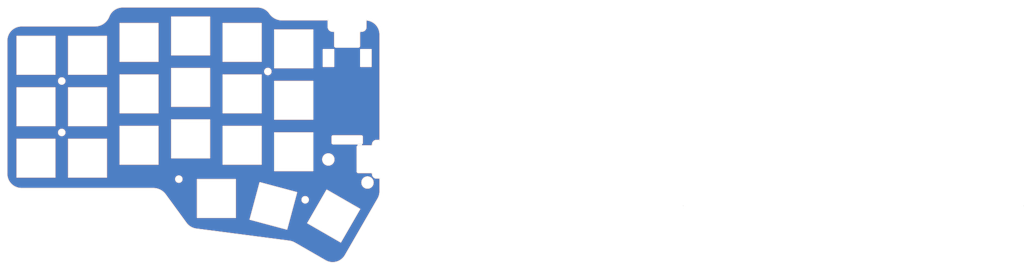
<source format=kicad_pcb>
(kicad_pcb (version 20211014) (generator pcbnew)
  (title_block (title "Crkbd") (date "2018/05/15") (rev "1.1") (company "foostan"))
  (layers (0 "F.Cu" signal) (31 "B.Cu" signal) (34 "B.Paste" user) (35 "F.Paste" user) (36 "B.SilkS" user "B.Silkscreen") (37 "F.SilkS" user "F.Silkscreen") (38 "B.Mask" user) (39 "F.Mask" user) (44 "Edge.Cuts" user))
  (net 0 "")
  (footprint "bs_custom_kicad:MountingHole_M2-clean" (layer "F.Cu") (at 146.33 61.79)
    (fp_text reference "REF**")
    (fp_text value "M2-clean")
    (pad "" np_thru_hole circle locked (at 0 0) (size 2.2 2.2) (drill 2.2) (layers *.Cu *.Mask))
  )
  (gr_arc (start 180.165734 47.463736) (mid 180.31227 47.110094) (end 180.665986 46.963736) (layer "Edge.Cuts") (width 0.1))
  (gr_arc (start 180.69 85.49) (mid 181.043553 85.636447) (end 181.19 85.99) (layer "Edge.Cuts") (width 0.1))
  (gr_circle (center 146.325192 61.797064) (end 145.125192 61.797064) (layer "Edge.Cuts") (width 0.1) (fill none))
  (gr_line (start 169.94 88.07) (end 169.94 85.99) (layer "Edge.Cuts") (width 0.1))
  (gr_line (start 179.71539 89.212411) (end 184.359508 89.210391) (layer "Edge.Cuts") (width 0.1))
  (gr_line (start 143.882192 44.036564) (end 143.882192 58.086564) (layer "Edge.Cuts") (width 0.1))
  (gr_line (start 162.882192 79.461564) (end 148.832192 79.461564) (layer "Edge.Cuts") (width 0.1))
  (gr_line (start 129.832192 58.086564) (end 129.832192 44.036564) (layer "Edge.Cuts") (width 0.1))
  (gr_line (start 86.882192 62.836564) (end 72.832192 62.836564) (layer "Edge.Cuts") (width 0.1))
  (gr_line (start 72.832192 67.786564) (end 86.882192 67.786564) (layer "Edge.Cuts") (width 0.1))
  (gr_arc (start 87.779302 41.423687) (mid 89.745239 38.951525) (end 92.763046 38.019142) (layer "Edge.Cuts") (width 0.1))
  (gr_line (start 91.832192 82.036564) (end 105.882192 82.036564) (layer "Edge.Cuts") (width 0.1))
  (gr_line (start 148.832192 79.461564) (end 148.832192 65.411564) (layer "Edge.Cuts") (width 0.1))
  (gr_line (start 143.882192 58.086564) (end 129.832192 58.086564) (layer "Edge.Cuts") (width 0.1))
  (gr_line (start 153.324617 120.040397) (end 139.753359 116.403989) (layer "Edge.Cuts") (width 0.1))
  (gr_arc (start 142.567472 38.019142) (mid 145.053404 38.631775) (end 146.970003 40.329369) (layer "Edge.Cuts") (width 0.1))
  (gr_line (start 156.961025 106.469139) (end 153.324617 120.040397) (layer "Edge.Cuts") (width 0.1))
  (gr_line (start 179.665734 52.826274) (end 171.415734 52.826274) (layer "Edge.Cuts") (width 0.1))
  (gr_line (start 110.832192 55.711564) (end 110.832192 41.661564) (layer "Edge.Cuts") (width 0.1))
  (gr_arc (start 174.839685 129.665077) (mid 171.592393 132.159424) (end 167.532441 131.627011) (layer "Edge.Cuts") (width 0.1))
  (gr_line (start 170.915734 52.326274) (end 170.915734 47.458572) (layer "Edge.Cuts") (width 0.1))
  (gr_line (start 156.235638 125.112421) (end 167.532441 131.627011) (layer "Edge.Cuts") (width 0.1))
  (gr_line (start 184.843988 88.830391) (end 184.843988 88.790391) (layer "Edge.Cuts") (width 0.1))
  (gr_line (start 53.832192 62.836564) (end 53.832192 48.786564) (layer "Edge.Cuts") (width 0.1))
  (gr_line (start 91.832192 63.036564) (end 105.882192 63.036564) (layer "Edge.Cuts") (width 0.1))
  (gr_circle (center 183.051192 102.806564) (end 180.951192 102.806564) (layer "Edge.Cuts") (width 0.1) (fill none))
  (gr_line (start 110.832192 74.711564) (end 110.832192 60.661564) (layer "Edge.Cuts") (width 0.1))
  (gr_line (start 182.540733 42.776196) (end 182.540437 45.364057) (layer "Edge.Cuts") (width 0.1))
  (gr_line (start 124.882192 41.661564) (end 124.882192 55.711564) (layer "Edge.Cuts") (width 0.1))
  (gr_line (start 67.882192 81.836564) (end 53.832192 81.836564) (layer "Edge.Cuts") (width 0.1))
  (gr_arc (start 171.415734 52.826274) (mid 171.062181 52.679827) (end 170.915734 52.326274) (layer "Edge.Cuts") (width 0.1))
  (gr_line (start 134.382192 115.711564) (end 120.332192 115.711564) (layer "Edge.Cuts") (width 0.1))
  (gr_line (start 143.882192 82.036564) (end 143.882192 96.086564) (layer "Edge.Cuts") (width 0.1))
  (gr_circle (center 160.080192 109.166564) (end 158.880192 109.166564) (layer "Edge.Cuts") (width 0.1) (fill none))
  (gr_arc (start 170.415986 46.958572) (mid 170.769377 47.105107) (end 170.915734 47.458572) (layer "Edge.Cuts") (width 0.1))
  (gr_line (start 148.832192 84.411564) (end 162.882192 84.411564) (layer "Edge.Cuts") (width 0.1))
  (gr_line (start 82.516096 45.019142) (end 55.516096 45.019142) (layer "Edge.Cuts") (width 0.1))
  (gr_line (start 187.616096 101.197891) (end 186.401897 101.197891) (layer "Edge.Cuts") (width 0.1))
  (gr_line (start 139.753359 116.403989) (end 143.389767 102.832732) (layer "Edge.Cuts") (width 0.1))
  (gr_line (start 124.882192 79.661564) (end 124.882192 93.711564) (layer "Edge.Cuts") (width 0.1))
  (gr_line (start 168.540733 42.769142) (end 151.619405 42.769142) (layer "Edge.Cuts") (width 0.1))
  (gr_line (start 50.166096 50.369142) (end 50.166096 99.619142) (layer "Edge.Cuts") (width 0.1))
  (gr_line (start 168.035864 105.590236) (end 180.203521 112.615236) (layer "Edge.Cuts") (width 0.1))
  (gr_line (start 105.882192 82.036564) (end 105.882192 96.086564) (layer "Edge.Cuts") (width 0.1))
  (gr_line (start 67.882192 48.786564) (end 67.882192 62.836564) (layer "Edge.Cuts") (width 0.1))
  (gr_rect (start 166.74 53.69) (end 170.61 59.97) (layer "Edge.Cuts") (width 0.05) (fill none))
  (gr_line (start 110.832192 93.711564) (end 110.832192 79.661564) (layer "Edge.Cuts") (width 0.1))
  (gr_line (start 110.832192 60.661564) (end 124.882192 60.661564) (layer "Edge.Cuts") (width 0.1))
  (gr_line (start 67.882192 100.836564) (end 53.832192 100.836564) (layer "Edge.Cuts") (width 0.1))
  (gr_line (start 180.689999 88.570001) (end 170.44 88.57) (layer "Edge.Cuts") (width 0.1))
  (gr_line (start 86.882192 67.786564) (end 86.882192 81.836564) (layer "Edge.Cuts") (width 0.1))
  (gr_line (start 148.832192 98.461564) (end 148.832192 84.411564) (layer "Edge.Cuts") (width 0.1))
  (gr_line (start 91.832192 58.086564) (end 91.832192 44.036564) (layer "Edge.Cuts") (width 0.1))
  (gr_arc (start 182.540733 42.776196) (mid 186.145001 44.434499) (end 187.616096 48.119142) (layer "Edge.Cuts") (width 0.1))
  (gr_line (start 179.22 98.69) (end 179.21539 89.712411) (layer "Edge.Cuts") (width 0.1))
  (gr_circle (center 113.514192 101.552064) (end 112.314192 101.552064) (layer "Edge.Cuts") (width 0.1) (fill none))
  (gr_arc (start 170.139926 46.958433) (mid 169.009077 46.489519) (end 168.540733 45.358433) (layer "Edge.Cuts") (width 0.1))
  (gr_line (start 67.882192 67.786564) (end 67.882192 81.836564) (layer "Edge.Cuts") (width 0.1))
  (gr_line (start 129.832192 96.086564) (end 129.832192 82.036564) (layer "Edge.Cuts") (width 0.1))
  (gr_line (start 143.882192 77.086564) (end 129.832192 77.086564) (layer "Edge.Cuts") (width 0.1))
  (gr_line (start 105.882192 44.036564) (end 105.882192 58.086564) (layer "Edge.Cuts") (width 0.1))
  (gr_line (start 148.832192 60.461564) (end 148.832192 46.411564) (layer "Edge.Cuts") (width 0.1))
  (gr_arc (start 180.165734 52.326274) (mid 180.019287 52.679827) (end 179.665734 52.826274) (layer "Edge.Cuts") (width 0.1))
  (gr_circle (center 70.357192 65.311564) (end 69.157192 65.311564) (layer "Edge.Cuts") (width 0.1) (fill none))
  (gr_line (start 91.832192 44.036564) (end 105.882192 44.036564) (layer "Edge.Cuts") (width 0.1))
  (gr_line (start 86.882192 86.786564) (end 86.882192 100.836564) (layer "Edge.Cuts") (width 0.1))
  (gr_line (start 91.832192 96.086564) (end 91.832192 82.036564) (layer "Edge.Cuts") (width 0.1))
  (gr_line (start 72.832192 81.836564) (end 72.832192 67.786564) (layer "Edge.Cuts") (width 0.1))
  (gr_line (start 86.882192 81.836564) (end 72.832192 81.836564) (layer "Edge.Cuts") (width 0.1))
  (gr_line (start 129.832192 82.036564) (end 143.882192 82.036564) (layer "Edge.Cuts") (width 0.1))
  (gr_line (start 170.415986 46.958572) (end 170.139926 46.958433) (layer "Edge.Cuts") (width 0.1))
  (gr_line (start 180.203521 112.615236) (end 173.178521 124.782893) (layer "Edge.Cuts") (width 0.1))
  (gr_line (start 143.882192 63.036564) (end 143.882192 77.086564) (layer "Edge.Cuts") (width 0.1))
  (gr_line (start 142.567472 38.019142) (end 92.763046 38.019142) (layer "Edge.Cuts") (width 0.1))
  (gr_line (start 129.832192 77.086564) (end 129.832192 63.036564) (layer "Edge.Cuts") (width 0.1))
  (gr_arc (start 50.166096 50.369142) (mid 51.733074 46.58612) (end 55.516096 45.019142) (layer "Edge.Cuts") (width 0.1))
  (gr_arc (start 170.44 88.57) (mid 170.086447 88.423553) (end 169.94 88.07) (layer "Edge.Cuts") (width 0.1))
  (gr_line (start 72.832192 62.836564) (end 72.832192 48.786564) (layer "Edge.Cuts") (width 0.1))
  (gr_line (start 72.832192 86.786564) (end 86.882192 86.786564) (layer "Edge.Cuts") (width 0.1))
  (gr_line (start 53.832192 67.786564) (end 67.882192 67.786564) (layer "Edge.Cuts") (width 0.1))
  (gr_line (start 124.882192 74.711564) (end 110.832192 74.711564) (layer "Edge.Cuts") (width 0.1))
  (gr_line (start 187.616096 106.077718) (end 187.616096 101.197891) (layer "Edge.Cuts") (width 0.1))
  (gr_line (start 168.540733 45.358433) (end 168.540733 42.769142) (layer "Edge.Cuts") (width 0.1))
  (gr_arc (start 182.540437 45.364057) (mid 182.071459 46.495595) (end 180.939631 46.963874) (layer "Edge.Cuts") (width 0.1))
  (gr_arc (start 87.779302 41.423687) (mid 85.703126 44.034476) (end 82.516096 45.019142) (layer "Edge.Cuts") (width 0.1))
  (gr_line (start 129.832192 63.036564) (end 143.882192 63.036564) (layer "Edge.Cuts") (width 0.1))
  (gr_line (start 134.382192 101.661564) (end 134.382192 115.711564) (layer "Edge.Cuts") (width 0.1))
  (gr_circle (center 168.619192 94.285564) (end 166.519192 94.285564) (layer "Edge.Cuts") (width 0.1) (fill none))
  (gr_line (start 53.832192 48.786564) (end 67.882192 48.786564) (layer "Edge.Cuts") (width 0.1))
  (gr_arc (start 169.94 85.99) (mid 170.086447 85.636447) (end 170.44 85.49) (layer "Edge.Cuts") (width 0.1))
  (gr_line (start 120.332192 101.661564) (end 134.382192 101.661564) (layer "Edge.Cuts") (width 0.1))
  (gr_line (start 91.832192 77.086564) (end 91.832192 63.036564) (layer "Edge.Cuts") (width 0.1))
  (gr_line (start 184.364118 99.18798) (end 179.72 99.19) (layer "Edge.Cuts") (width 0.1))
  (gr_line (start 67.882192 62.836564) (end 53.832192 62.836564) (layer "Edge.Cuts") (width 0.1))
  (gr_line (start 53.832192 100.836564) (end 53.832192 86.786564) (layer "Edge.Cuts") (width 0.1))
  (gr_arc (start 151.619405 42.769142) (mid 148.994075 42.122155) (end 146.970003 40.329369) (layer "Edge.Cuts") (width 0.1))
  (gr_line (start 53.832192 86.786564) (end 67.882192 86.786564) (layer "Edge.Cuts") (width 0.1))
  (gr_line (start 105.882192 77.086564) (end 91.832192 77.086564) (layer "Edge.Cuts") (width 0.1))
  (gr_line (start 124.882192 60.661564) (end 124.882192 74.711564) (layer "Edge.Cuts") (width 0.1))
  (gr_arc (start 119.882875 119.935772) (mid 117.845485 119.232153) (end 116.251121 117.781623) (layer "Edge.Cuts") (width 0.1))
  (gr_line (start 162.882192 98.461564) (end 148.832192 98.461564) (layer "Edge.Cuts") (width 0.1))
  (gr_line (start 105.882192 96.086564) (end 91.832192 96.086564) (layer "Edge.Cuts") (width 0.1))
  (gr_line (start 53.832192 81.836564) (end 53.832192 67.786564) (layer "Edge.Cuts") (width 0.1))
  (gr_line (start 187.616096 87.201768) (end 187.616096 48.119142) (layer "Edge.Cuts") (width 0.1))
  (gr_line (start 55.516096 104.969142) (end 104.040255 104.969142) (layer "Edge.Cuts") (width 0.1))
  (gr_curve (pts (xy 424.925367 111.394368) (xy 424.925367 111.394368) (xy 424.925367 111.394368) (xy 424.925367 111.394368)) (layer "Edge.Cuts") (width 0.2))
  (gr_line (start 162.882192 84.411564) (end 162.882192 98.461564) (layer "Edge.Cuts") (width 0.1))
  (gr_arc (start 184.843988 88.790391) (mid 185.285729 87.669814) (end 186.395885 87.2025) (layer "Edge.Cuts") (width 0.1))
  (gr_line (start 180.939631 46.963874) (end 180.665986 46.963736) (layer "Edge.Cuts") (width 0.1))
  (gr_line (start 120.332192 115.711564) (end 120.332192 101.661564) (layer "Edge.Cuts") (width 0.1))
  (gr_line (start 187.616096 87.201768) (end 186.402901 87.2025) (layer "Edge.Cuts") (width 0.1))
  (gr_line (start 86.882192 48.786564) (end 86.882192 62.836564) (layer "Edge.Cuts") (width 0.1))
  (gr_line (start 161.010864 117.757893) (end 168.035864 105.590236) (layer "Edge.Cuts") (width 0.1))
  (gr_line (start 143.389767 102.832732) (end 156.961025 106.469139) (layer "Edge.Cuts") (width 0.1))
  (gr_rect (start 180.54 53.69) (end 184.41 59.97) (layer "Edge.Cuts") (width 0.05) (fill none))
  (gr_line (start 180.165734 47.463736) (end 180.165734 52.326274) (layer "Edge.Cuts") (width 0.1))
  (gr_line (start 67.882192 86.786564) (end 67.882192 100.836564) (layer "Edge.Cuts") (width 0.1))
  (gr_arc (start 187.616096 106.077718) (mid 187.434149 107.461092) (end 186.900685 108.750373) (layer "Edge.Cuts") (width 0.1))
  (gr_line (start 162.882192 65.411564) (end 162.882192 79.461564) (layer "Edge.Cuts") (width 0.1))
  (gr_line (start 119.882875 119.935772) (end 154.143842 124.404346) (layer "Edge.Cuts") (width 0.1))
  (gr_line (start 184.85 99.61) (end 184.85 99.57) (layer "Edge.Cuts") (width 0.1))
  (gr_arc (start 154.143842 124.404346) (mid 155.224672 124.655187) (end 156.235638 125.112421) (layer "Edge.Cuts") (width 0.1))
  (gr_arc (start 184.364118 99.18798) (mid 184.673157 99.294921) (end 184.85 99.57) (layer "Edge.Cuts") (width 0.1))
  (gr_line (start 124.882192 55.711564) (end 110.832192 55.711564) (layer "Edge.Cuts") (width 0.1))
  (gr_line (start 148.832192 65.411564) (end 162.882192 65.411564) (layer "Edge.Cuts") (width 0.1))
  (gr_arc (start 181.189999 88.070001) (mid 181.043552 88.423554) (end 180.689999 88.570001) (layer "Edge.Cuts") (width 0.1))
  (gr_arc (start 179.72 99.19) (mid 179.366447 99.043553) (end 179.22 98.69) (layer "Edge.Cuts") (width 0.1))
  (gr_line (start 72.832192 48.786564) (end 86.882192 48.786564) (layer "Edge.Cuts") (width 0.1))
  (gr_line (start 174.839685 129.665077) (end 186.900685 108.750373) (layer "Edge.Cuts") (width 0.1))
  (gr_circle (center 70.357192 84.311564) (end 69.157192 84.311564) (layer "Edge.Cuts") (width 0.1) (fill none))
  (gr_line (start 108.606386 107.291537) (end 116.251121 117.781623) (layer "Edge.Cuts") (width 0.1))
  (gr_line (start 110.832192 41.661564) (end 124.882192 41.661564) (layer "Edge.Cuts") (width 0.1))
  (gr_arc (start 55.516096 104.969142) (mid 51.733074 103.402164) (end 50.166096 99.619142) (layer "Edge.Cuts") (width 0.1))
  (gr_line (start 162.882192 46.411564) (end 162.882192 60.461564) (layer "Edge.Cuts") (width 0.1))
  (gr_arc (start 186.401897 101.197891) (mid 185.291741 100.730577) (end 184.85 99.61) (layer "Edge.Cuts") (width 0.1))
  (gr_line (start 181.19 85.99) (end 181.189999 88.070001) (layer "Edge.Cuts") (width 0.1))
  (gr_line (start 124.882192 93.711564) (end 110.832192 93.711564) (layer "Edge.Cuts") (width 0.1))
  (gr_curve (pts (xy 299.411433 111.386368) (xy 299.411433 111.386368) (xy 299.411433 111.386368) (xy 299.411433 111.386368)) (layer "Edge.Cuts") (width 0.2))
  (gr_line (start 148.832192 46.411564) (end 162.882192 46.411564) (layer "Edge.Cuts") (width 0.1))
  (gr_line (start 105.882192 63.036564) (end 105.882192 77.086564) (layer "Edge.Cuts") (width 0.1))
  (gr_arc (start 104.040255 104.969142) (mid 106.601654 105.583099) (end 108.606386 107.291537) (layer "Edge.Cuts") (width 0.1))
  (gr_line (start 143.882192 96.086564) (end 129.832192 96.086564) (layer "Edge.Cuts") (width 0.1))
  (gr_line (start 170.44 85.49) (end 180.69 85.49) (layer "Edge.Cuts") (width 0.1))
  (gr_line (start 110.832192 79.661564) (end 124.882192 79.661564) (layer "Edge.Cuts") (width 0.1))
  (gr_line (start 105.882192 58.086564) (end 91.832192 58.086564) (layer "Edge.Cuts") (width 0.1))
  (gr_line (start 162.882192 60.461564) (end 148.832192 60.461564) (layer "Edge.Cuts") (width 0.1))
  (gr_arc (start 179.21539 89.712411) (mid 179.361837 89.358858) (end 179.71539 89.212411) (layer "Edge.Cuts") (width 0.1))
  (gr_line (start 173.178521 124.782893) (end 161.010864 117.757893) (layer "Edge.Cuts") (width 0.1))
  (gr_line (start 86.882192 100.836564) (end 72.832192 100.836564) (layer "Edge.Cuts") (width 0.1))
  (gr_line (start 72.832192 100.836564) (end 72.832192 86.786564) (layer "Edge.Cuts") (width 0.1))
  (gr_line (start 129.832192 44.036564) (end 143.882192 44.036564) (layer "Edge.Cuts") (width 0.1))
  (gr_arc (start 184.843988 88.830391) (mid 184.667145 89.10547) (end 184.358106 89.212411) (layer "Edge.Cuts") (width 0.1))
  (zone (net 0) (net_name "") (layers F&B.Cu) (connect_pads (clearance 0.254)) (min_thickness 0.254) (fill yes (thermal_gap 0.508) (thermal_bridge_width 0.508))
    (polygon (pts (xy 196.6 132.9) (xy 129.1 132.9) (xy 103.8 107.6) (xy 47.6 107.6) (xy 47.6 35.4) (xy 196.6 35.4)))
  )
)
</source>
